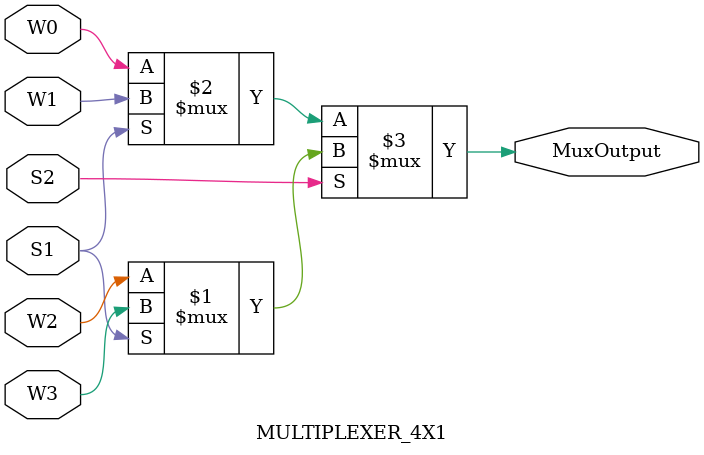
<source format=v>
`timescale 1ns / 1ps
module MULTIPLEXER_4X1(
    input W0,
    input W1,
    input W2,
    input W3,
    input S1,
    input S2,
    output MuxOutput
    );

assign MuxOutput = S2 ? (S1 ? W3 : W2) : (S1 ? W1 : W0);

endmodule

</source>
